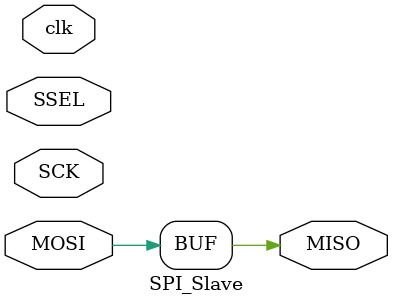
<source format=v>
module SPI_Slave(
                 clk,
                 SCK, SSEL, MOSI,MISO//SPI communication pin

                 );
 input clk;
 input SCK, SSEL, MOSI;
 output MISO;

 reg [7:0] mem;

 assign MISO = MOSI;

 always @(posedge SCK)
 	begin
 		if (SSEL) begin
 			if (mem == 255) begin
 				mem <= 0;
 			end else begin
 				mem <= mem + 1;
 			end
 		end
 	end
 endmodule
</source>
